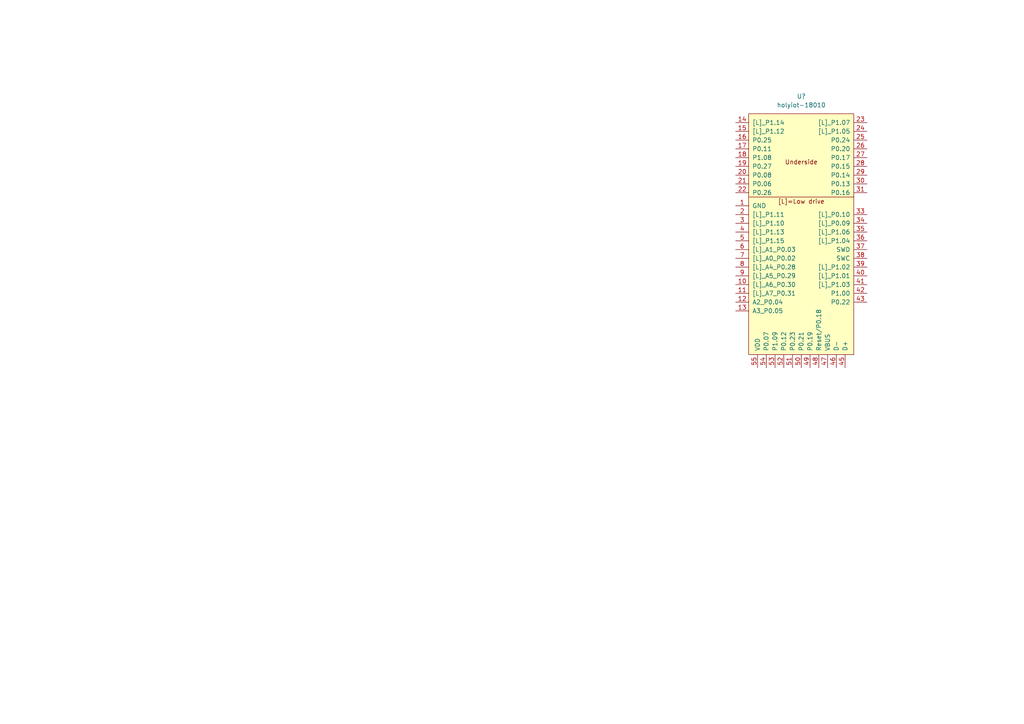
<source format=kicad_sch>
(kicad_sch (version 20211123) (generator eeschema)
  (paper "A4")
  (lib_symbols
    (symbol "mcu:holyiot-18010" (pin_names (offset 1.016))
      (property "Reference" "U" (at 0 43.18 0))
      (property "Value" "holyiot-18010" (at 0 40.64 0))
      (symbol "holyiot-18010_0_0"
        (text "[L]=Low drive" (at 0 13.97 0) (effects (font (size 1.27 1.27))))
        (text "Underside" (at 0 25.4 0) (effects (font (size 1.27 1.27))))
      )
      (symbol "holyiot-18010_0_1"
        (polyline (pts (xy -15.24 15.24) (xy 15.24 15.24)))
        (rectangle (start 15.24 -30.48) (end -15.24 39.37) (fill (type background)))
      )
      (symbol "holyiot-18010_1_1"
        (pin power_in line (at -19.05 12.7 0) (length 3.81) (name "GND") (number "1"))
        (pin bidirectional line (at -19.05 -10.16 0) (length 3.81) (name "[L]_A6_P0.30") (number "10"))
        (pin bidirectional line (at -19.05 -12.7 0) (length 3.81) (name "[L]_A7_P0.31") (number "11"))
        (pin bidirectional line (at -19.05 -15.24 0) (length 3.81) (name "A2_P0.04") (number "12"))
        (pin bidirectional line (at -19.05 -17.78 0) (length 3.81) (name "A3_P0.05") (number "13"))
        (pin bidirectional line (at -19.05 36.83 0) (length 3.81) (name "[L]_P1.14") (number "14"))
        (pin bidirectional line (at -19.05 34.29 0) (length 3.81) (name "[L]_P1.12") (number "15"))
        (pin bidirectional line (at -19.05 31.75 0) (length 3.81) (name "P0.25") (number "16"))
        (pin bidirectional line (at -19.05 29.21 0) (length 3.81) (name "P0.11") (number "17"))
        (pin bidirectional line (at -19.05 26.67 0) (length 3.81) (name "P1.08") (number "18"))
        (pin bidirectional line (at -19.05 24.13 0) (length 3.81) (name "P0.27") (number "19"))
        (pin bidirectional line (at -19.05 10.16 0) (length 3.81) (name "[L]_P1.11") (number "2"))
        (pin bidirectional line (at -19.05 21.59 0) (length 3.81) (name "P0.08") (number "20"))
        (pin bidirectional line (at -19.05 19.05 0) (length 3.81) (name "P0.06") (number "21"))
        (pin bidirectional line (at -19.05 16.51 0) (length 3.81) (name "P0.26") (number "22"))
        (pin bidirectional line (at 19.05 36.83 180) (length 3.81) (name "[L]_P1.07") (number "23"))
        (pin bidirectional line (at 19.05 34.29 180) (length 3.81) (name "[L]_P1.05") (number "24"))
        (pin bidirectional line (at 19.05 31.75 180) (length 3.81) (name "P0.24") (number "25"))
        (pin bidirectional line (at 19.05 29.21 180) (length 3.81) (name "P0.20") (number "26"))
        (pin bidirectional line (at 19.05 26.67 180) (length 3.81) (name "P0.17") (number "27"))
        (pin bidirectional line (at 19.05 24.13 180) (length 3.81) (name "P0.15") (number "28"))
        (pin bidirectional line (at 19.05 21.59 180) (length 3.81) (name "P0.14") (number "29"))
        (pin bidirectional line (at -19.05 7.62 0) (length 3.81) (name "[L]_P1.10") (number "3"))
        (pin bidirectional line (at 19.05 19.05 180) (length 3.81) (name "P0.13") (number "30"))
        (pin bidirectional line (at 19.05 16.51 180) (length 3.81) (name "P0.16") (number "31"))
        (pin power_in line (at -19.05 12.7 0) (length 3.81) hide (name "GND") (number "32"))
        (pin bidirectional line (at 19.05 10.16 180) (length 3.81) (name "[L]_P0.10") (number "33"))
        (pin bidirectional line (at 19.05 7.62 180) (length 3.81) (name "[L]_P0.09") (number "34"))
        (pin bidirectional line (at 19.05 5.08 180) (length 3.81) (name "[L]_P1.06") (number "35"))
        (pin bidirectional line (at 19.05 2.54 180) (length 3.81) (name "[L]_P1.04") (number "36"))
        (pin input line (at 19.05 0 180) (length 3.81) (name "SWD") (number "37"))
        (pin bidirectional line (at 19.05 -2.54 180) (length 3.81) (name "SWC") (number "38"))
        (pin bidirectional line (at 19.05 -5.08 180) (length 3.81) (name "[L]_P1.02") (number "39"))
        (pin bidirectional line (at -19.05 5.08 0) (length 3.81) (name "[L]_P1.13") (number "4"))
        (pin bidirectional line (at 19.05 -7.62 180) (length 3.81) (name "[L]_P1.01") (number "40"))
        (pin bidirectional line (at 19.05 -10.16 180) (length 3.81) (name "[L]_P1.03") (number "41"))
        (pin bidirectional line (at 19.05 -12.7 180) (length 3.81) (name "P1.00") (number "42"))
        (pin bidirectional line (at 19.05 -15.24 180) (length 3.81) (name "P0.22") (number "43"))
        (pin power_in line (at -19.05 12.7 0) (length 3.81) hide (name "GND") (number "44"))
        (pin bidirectional line (at 12.7 -34.29 90) (length 3.81) (name "D+") (number "45"))
        (pin bidirectional line (at 10.16 -34.29 90) (length 3.81) (name "D-") (number "46"))
        (pin power_in line (at 7.62 -34.29 90) (length 3.81) (name "VBUS") (number "47"))
        (pin bidirectional line (at 5.08 -34.29 90) (length 3.81) (name "Reset/P0.18") (number "48"))
        (pin bidirectional line (at 2.54 -34.29 90) (length 3.81) (name "P0.19") (number "49"))
        (pin bidirectional line (at -19.05 2.54 0) (length 3.81) (name "[L]_P1.15") (number "5"))
        (pin bidirectional line (at 0 -34.29 90) (length 3.81) (name "P0.21") (number "50"))
        (pin bidirectional line (at -2.54 -34.29 90) (length 3.81) (name "P0.23") (number "51"))
        (pin bidirectional line (at -5.08 -34.29 90) (length 3.81) (name "P0.12") (number "52"))
        (pin bidirectional line (at -7.62 -34.29 90) (length 3.81) (name "P1.09") (number "53"))
        (pin bidirectional line (at -10.16 -34.29 90) (length 3.81) (name "P0.07") (number "54"))
        (pin power_in line (at -12.7 -34.29 90) (length 3.81) (name "VDD") (number "55"))
        (pin bidirectional line (at -19.05 0 0) (length 3.81) (name "[L]_A1_P0.03") (number "6"))
        (pin bidirectional line (at -19.05 -2.54 0) (length 3.81) (name "[L]_A0_P0.02") (number "7"))
        (pin bidirectional line (at -19.05 -5.08 0) (length 3.81) (name "[L]_A4_P0.28") (number "8"))
        (pin bidirectional line (at -19.05 -7.62 0) (length 3.81) (name "[L]_A5_P0.29") (number "9"))
      )
    )
  )
  (symbol (lib_id "mcu:holyiot-18010") (at 232.41 72.39 0) (unit 1)
    (property "Reference" "U?" (at 232.41 27.94 0))
    (property "Value" "holyiot-18010" (at 232.41 30.48 0))
    (property "Footprint" "mcu:holyiot-18010" (effects hide))
  )
)
</source>
